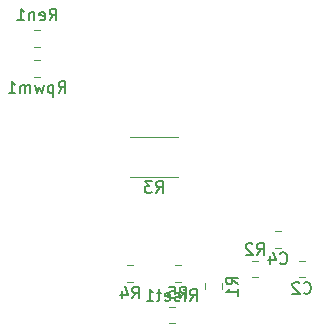
<source format=gbr>
%TF.GenerationSoftware,KiCad,Pcbnew,(5.1.6-0-10_14)*%
%TF.CreationDate,2021-01-02T16:58:20+01:00*%
%TF.ProjectId,driver-v2,64726976-6572-42d7-9632-2e6b69636164,rev?*%
%TF.SameCoordinates,Original*%
%TF.FileFunction,Legend,Bot*%
%TF.FilePolarity,Positive*%
%FSLAX46Y46*%
G04 Gerber Fmt 4.6, Leading zero omitted, Abs format (unit mm)*
G04 Created by KiCad (PCBNEW (5.1.6-0-10_14)) date 2021-01-02 16:58:20*
%MOMM*%
%LPD*%
G01*
G04 APERTURE LIST*
%ADD10C,0.120000*%
%ADD11C,0.150000*%
G04 APERTURE END LIST*
D10*
%TO.C,C2*%
X50138748Y-62210000D02*
X50661252Y-62210000D01*
X50138748Y-60790000D02*
X50661252Y-60790000D01*
%TO.C,C4*%
X48138748Y-58290000D02*
X48661252Y-58290000D01*
X48138748Y-59710000D02*
X48661252Y-59710000D01*
%TO.C,R1*%
X43610000Y-63236252D02*
X43610000Y-62713748D01*
X42190000Y-63236252D02*
X42190000Y-62713748D01*
%TO.C,R2*%
X46686252Y-62210000D02*
X46163748Y-62210000D01*
X46686252Y-60790000D02*
X46163748Y-60790000D01*
%TO.C,R3*%
X35847936Y-50290000D02*
X39952064Y-50290000D01*
X35847936Y-53710000D02*
X39952064Y-53710000D01*
%TO.C,R4*%
X35613748Y-62610000D02*
X36136252Y-62610000D01*
X35613748Y-61190000D02*
X36136252Y-61190000D01*
%TO.C,R5*%
X39638748Y-61190000D02*
X40161252Y-61190000D01*
X39638748Y-62610000D02*
X40161252Y-62610000D01*
%TO.C,Ren1*%
X27738748Y-41290000D02*
X28261252Y-41290000D01*
X27738748Y-42710000D02*
X28261252Y-42710000D01*
%TO.C,Riset1*%
X39661252Y-66110000D02*
X39138748Y-66110000D01*
X39661252Y-64690000D02*
X39138748Y-64690000D01*
%TO.C,Rpwm1*%
X27738748Y-45210000D02*
X28261252Y-45210000D01*
X27738748Y-43790000D02*
X28261252Y-43790000D01*
%TO.C,C2*%
D11*
X50566666Y-63507142D02*
X50614285Y-63554761D01*
X50757142Y-63602380D01*
X50852380Y-63602380D01*
X50995238Y-63554761D01*
X51090476Y-63459523D01*
X51138095Y-63364285D01*
X51185714Y-63173809D01*
X51185714Y-63030952D01*
X51138095Y-62840476D01*
X51090476Y-62745238D01*
X50995238Y-62650000D01*
X50852380Y-62602380D01*
X50757142Y-62602380D01*
X50614285Y-62650000D01*
X50566666Y-62697619D01*
X50185714Y-62697619D02*
X50138095Y-62650000D01*
X50042857Y-62602380D01*
X49804761Y-62602380D01*
X49709523Y-62650000D01*
X49661904Y-62697619D01*
X49614285Y-62792857D01*
X49614285Y-62888095D01*
X49661904Y-63030952D01*
X50233333Y-63602380D01*
X49614285Y-63602380D01*
%TO.C,C4*%
X48566666Y-61007142D02*
X48614285Y-61054761D01*
X48757142Y-61102380D01*
X48852380Y-61102380D01*
X48995238Y-61054761D01*
X49090476Y-60959523D01*
X49138095Y-60864285D01*
X49185714Y-60673809D01*
X49185714Y-60530952D01*
X49138095Y-60340476D01*
X49090476Y-60245238D01*
X48995238Y-60150000D01*
X48852380Y-60102380D01*
X48757142Y-60102380D01*
X48614285Y-60150000D01*
X48566666Y-60197619D01*
X47709523Y-60435714D02*
X47709523Y-61102380D01*
X47947619Y-60054761D02*
X48185714Y-60769047D01*
X47566666Y-60769047D01*
%TO.C,R1*%
X45002380Y-62808333D02*
X44526190Y-62475000D01*
X45002380Y-62236904D02*
X44002380Y-62236904D01*
X44002380Y-62617857D01*
X44050000Y-62713095D01*
X44097619Y-62760714D01*
X44192857Y-62808333D01*
X44335714Y-62808333D01*
X44430952Y-62760714D01*
X44478571Y-62713095D01*
X44526190Y-62617857D01*
X44526190Y-62236904D01*
X45002380Y-63760714D02*
X45002380Y-63189285D01*
X45002380Y-63475000D02*
X44002380Y-63475000D01*
X44145238Y-63379761D01*
X44240476Y-63284523D01*
X44288095Y-63189285D01*
%TO.C,R2*%
X46591666Y-60302380D02*
X46925000Y-59826190D01*
X47163095Y-60302380D02*
X47163095Y-59302380D01*
X46782142Y-59302380D01*
X46686904Y-59350000D01*
X46639285Y-59397619D01*
X46591666Y-59492857D01*
X46591666Y-59635714D01*
X46639285Y-59730952D01*
X46686904Y-59778571D01*
X46782142Y-59826190D01*
X47163095Y-59826190D01*
X46210714Y-59397619D02*
X46163095Y-59350000D01*
X46067857Y-59302380D01*
X45829761Y-59302380D01*
X45734523Y-59350000D01*
X45686904Y-59397619D01*
X45639285Y-59492857D01*
X45639285Y-59588095D01*
X45686904Y-59730952D01*
X46258333Y-60302380D01*
X45639285Y-60302380D01*
%TO.C,R3*%
X38066666Y-55072380D02*
X38400000Y-54596190D01*
X38638095Y-55072380D02*
X38638095Y-54072380D01*
X38257142Y-54072380D01*
X38161904Y-54120000D01*
X38114285Y-54167619D01*
X38066666Y-54262857D01*
X38066666Y-54405714D01*
X38114285Y-54500952D01*
X38161904Y-54548571D01*
X38257142Y-54596190D01*
X38638095Y-54596190D01*
X37733333Y-54072380D02*
X37114285Y-54072380D01*
X37447619Y-54453333D01*
X37304761Y-54453333D01*
X37209523Y-54500952D01*
X37161904Y-54548571D01*
X37114285Y-54643809D01*
X37114285Y-54881904D01*
X37161904Y-54977142D01*
X37209523Y-55024761D01*
X37304761Y-55072380D01*
X37590476Y-55072380D01*
X37685714Y-55024761D01*
X37733333Y-54977142D01*
%TO.C,R4*%
X36041666Y-64002380D02*
X36375000Y-63526190D01*
X36613095Y-64002380D02*
X36613095Y-63002380D01*
X36232142Y-63002380D01*
X36136904Y-63050000D01*
X36089285Y-63097619D01*
X36041666Y-63192857D01*
X36041666Y-63335714D01*
X36089285Y-63430952D01*
X36136904Y-63478571D01*
X36232142Y-63526190D01*
X36613095Y-63526190D01*
X35184523Y-63335714D02*
X35184523Y-64002380D01*
X35422619Y-62954761D02*
X35660714Y-63669047D01*
X35041666Y-63669047D01*
%TO.C,R5*%
X40066666Y-64002380D02*
X40400000Y-63526190D01*
X40638095Y-64002380D02*
X40638095Y-63002380D01*
X40257142Y-63002380D01*
X40161904Y-63050000D01*
X40114285Y-63097619D01*
X40066666Y-63192857D01*
X40066666Y-63335714D01*
X40114285Y-63430952D01*
X40161904Y-63478571D01*
X40257142Y-63526190D01*
X40638095Y-63526190D01*
X39161904Y-63002380D02*
X39638095Y-63002380D01*
X39685714Y-63478571D01*
X39638095Y-63430952D01*
X39542857Y-63383333D01*
X39304761Y-63383333D01*
X39209523Y-63430952D01*
X39161904Y-63478571D01*
X39114285Y-63573809D01*
X39114285Y-63811904D01*
X39161904Y-63907142D01*
X39209523Y-63954761D01*
X39304761Y-64002380D01*
X39542857Y-64002380D01*
X39638095Y-63954761D01*
X39685714Y-63907142D01*
%TO.C,Ren1*%
X29047619Y-40452380D02*
X29380952Y-39976190D01*
X29619047Y-40452380D02*
X29619047Y-39452380D01*
X29238095Y-39452380D01*
X29142857Y-39500000D01*
X29095238Y-39547619D01*
X29047619Y-39642857D01*
X29047619Y-39785714D01*
X29095238Y-39880952D01*
X29142857Y-39928571D01*
X29238095Y-39976190D01*
X29619047Y-39976190D01*
X28238095Y-40404761D02*
X28333333Y-40452380D01*
X28523809Y-40452380D01*
X28619047Y-40404761D01*
X28666666Y-40309523D01*
X28666666Y-39928571D01*
X28619047Y-39833333D01*
X28523809Y-39785714D01*
X28333333Y-39785714D01*
X28238095Y-39833333D01*
X28190476Y-39928571D01*
X28190476Y-40023809D01*
X28666666Y-40119047D01*
X27761904Y-39785714D02*
X27761904Y-40452380D01*
X27761904Y-39880952D02*
X27714285Y-39833333D01*
X27619047Y-39785714D01*
X27476190Y-39785714D01*
X27380952Y-39833333D01*
X27333333Y-39928571D01*
X27333333Y-40452380D01*
X26333333Y-40452380D02*
X26904761Y-40452380D01*
X26619047Y-40452380D02*
X26619047Y-39452380D01*
X26714285Y-39595238D01*
X26809523Y-39690476D01*
X26904761Y-39738095D01*
%TO.C,Riset1*%
X40923809Y-64202380D02*
X41257142Y-63726190D01*
X41495238Y-64202380D02*
X41495238Y-63202380D01*
X41114285Y-63202380D01*
X41019047Y-63250000D01*
X40971428Y-63297619D01*
X40923809Y-63392857D01*
X40923809Y-63535714D01*
X40971428Y-63630952D01*
X41019047Y-63678571D01*
X41114285Y-63726190D01*
X41495238Y-63726190D01*
X40495238Y-64202380D02*
X40495238Y-63535714D01*
X40495238Y-63202380D02*
X40542857Y-63250000D01*
X40495238Y-63297619D01*
X40447619Y-63250000D01*
X40495238Y-63202380D01*
X40495238Y-63297619D01*
X40066666Y-64154761D02*
X39971428Y-64202380D01*
X39780952Y-64202380D01*
X39685714Y-64154761D01*
X39638095Y-64059523D01*
X39638095Y-64011904D01*
X39685714Y-63916666D01*
X39780952Y-63869047D01*
X39923809Y-63869047D01*
X40019047Y-63821428D01*
X40066666Y-63726190D01*
X40066666Y-63678571D01*
X40019047Y-63583333D01*
X39923809Y-63535714D01*
X39780952Y-63535714D01*
X39685714Y-63583333D01*
X38828571Y-64154761D02*
X38923809Y-64202380D01*
X39114285Y-64202380D01*
X39209523Y-64154761D01*
X39257142Y-64059523D01*
X39257142Y-63678571D01*
X39209523Y-63583333D01*
X39114285Y-63535714D01*
X38923809Y-63535714D01*
X38828571Y-63583333D01*
X38780952Y-63678571D01*
X38780952Y-63773809D01*
X39257142Y-63869047D01*
X38495238Y-63535714D02*
X38114285Y-63535714D01*
X38352380Y-63202380D02*
X38352380Y-64059523D01*
X38304761Y-64154761D01*
X38209523Y-64202380D01*
X38114285Y-64202380D01*
X37257142Y-64202380D02*
X37828571Y-64202380D01*
X37542857Y-64202380D02*
X37542857Y-63202380D01*
X37638095Y-63345238D01*
X37733333Y-63440476D01*
X37828571Y-63488095D01*
%TO.C,Rpwm1*%
X29809523Y-46602380D02*
X30142857Y-46126190D01*
X30380952Y-46602380D02*
X30380952Y-45602380D01*
X30000000Y-45602380D01*
X29904761Y-45650000D01*
X29857142Y-45697619D01*
X29809523Y-45792857D01*
X29809523Y-45935714D01*
X29857142Y-46030952D01*
X29904761Y-46078571D01*
X30000000Y-46126190D01*
X30380952Y-46126190D01*
X29380952Y-45935714D02*
X29380952Y-46935714D01*
X29380952Y-45983333D02*
X29285714Y-45935714D01*
X29095238Y-45935714D01*
X29000000Y-45983333D01*
X28952380Y-46030952D01*
X28904761Y-46126190D01*
X28904761Y-46411904D01*
X28952380Y-46507142D01*
X29000000Y-46554761D01*
X29095238Y-46602380D01*
X29285714Y-46602380D01*
X29380952Y-46554761D01*
X28571428Y-45935714D02*
X28380952Y-46602380D01*
X28190476Y-46126190D01*
X28000000Y-46602380D01*
X27809523Y-45935714D01*
X27428571Y-46602380D02*
X27428571Y-45935714D01*
X27428571Y-46030952D02*
X27380952Y-45983333D01*
X27285714Y-45935714D01*
X27142857Y-45935714D01*
X27047619Y-45983333D01*
X27000000Y-46078571D01*
X27000000Y-46602380D01*
X27000000Y-46078571D02*
X26952380Y-45983333D01*
X26857142Y-45935714D01*
X26714285Y-45935714D01*
X26619047Y-45983333D01*
X26571428Y-46078571D01*
X26571428Y-46602380D01*
X25571428Y-46602380D02*
X26142857Y-46602380D01*
X25857142Y-46602380D02*
X25857142Y-45602380D01*
X25952380Y-45745238D01*
X26047619Y-45840476D01*
X26142857Y-45888095D01*
%TD*%
M02*

</source>
